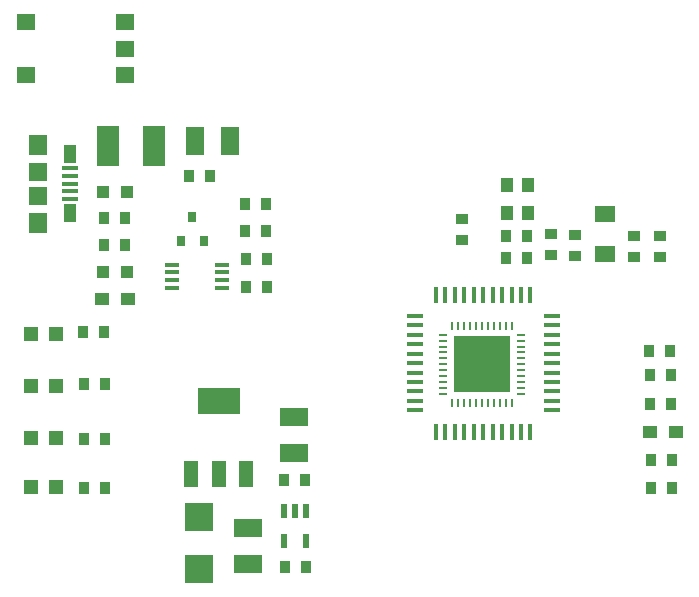
<source format=gtp>
G04*
G04 #@! TF.GenerationSoftware,Altium Limited,Altium Designer,22.2.1 (43)*
G04*
G04 Layer_Color=8421504*
%FSLAX25Y25*%
%MOIN*%
G70*
G04*
G04 #@! TF.SameCoordinates,7339C814-AE53-45AD-ACDF-668E24E4BB01*
G04*
G04*
G04 #@! TF.FilePolarity,Positive*
G04*
G01*
G75*
%ADD18R,0.03937X0.03937*%
%ADD19R,0.01772X0.05512*%
%ADD20R,0.05512X0.01772*%
%ADD21R,0.05300X0.01600*%
%ADD22R,0.06100X0.06500*%
%ADD23R,0.04000X0.06000*%
%ADD24R,0.06000X0.06000*%
%ADD25R,0.04134X0.05118*%
%ADD26R,0.02165X0.04724*%
%ADD27R,0.19000X0.19000*%
%ADD28R,0.01083X0.02953*%
%ADD29R,0.02953X0.01083*%
%ADD30R,0.04724X0.04724*%
%ADD31R,0.03100X0.03500*%
%ADD32R,0.06299X0.05512*%
%ADD33R,0.03537X0.04331*%
%ADD34R,0.04331X0.03537*%
%ADD35R,0.04724X0.03937*%
%ADD36R,0.04724X0.01181*%
%ADD37R,0.14173X0.08661*%
%ADD38R,0.04800X0.08800*%
%ADD39R,0.07480X0.13386*%
%ADD40R,0.09449X0.09449*%
%ADD41R,0.07087X0.05512*%
%ADD42R,0.03537X0.04331*%
%ADD43R,0.09449X0.06299*%
%ADD44R,0.06299X0.09449*%
%ADD45R,0.04331X0.03537*%
D18*
X158661Y98032D02*
D03*
X39764Y155118D02*
D03*
X31890D02*
D03*
X39764Y128248D02*
D03*
X31890D02*
D03*
D19*
X174409Y75197D02*
D03*
X171259Y75197D02*
D03*
X168110Y75197D02*
D03*
X164960D02*
D03*
X161811D02*
D03*
X158661Y75197D02*
D03*
X155511Y75197D02*
D03*
X152362D02*
D03*
X149212D02*
D03*
X146063Y75197D02*
D03*
X142913Y75197D02*
D03*
Y120867D02*
D03*
X146063D02*
D03*
X149212D02*
D03*
X152362D02*
D03*
X155511D02*
D03*
X158661D02*
D03*
X161811D02*
D03*
X164960D02*
D03*
X168110D02*
D03*
X171259D02*
D03*
X174409D02*
D03*
D20*
X135826Y82284D02*
D03*
Y85434D02*
D03*
Y88582D02*
D03*
Y91733D02*
D03*
Y94883D02*
D03*
Y98032D02*
D03*
Y101181D02*
D03*
Y104331D02*
D03*
Y107481D02*
D03*
Y110631D02*
D03*
Y113779D02*
D03*
X181496D02*
D03*
Y110631D02*
D03*
Y107481D02*
D03*
Y104331D02*
D03*
Y101181D02*
D03*
Y98032D02*
D03*
Y94883D02*
D03*
Y91733D02*
D03*
Y88582D02*
D03*
Y85434D02*
D03*
Y82284D02*
D03*
D21*
X20836Y163074D02*
D03*
Y160474D02*
D03*
Y157874D02*
D03*
Y155274D02*
D03*
Y152674D02*
D03*
D22*
X10236Y170874D02*
D03*
Y144874D02*
D03*
D23*
X20836Y167674D02*
D03*
Y148074D02*
D03*
D24*
X10236Y161874D02*
D03*
Y153874D02*
D03*
D25*
X173721Y148228D02*
D03*
Y157283D02*
D03*
X166437D02*
D03*
Y148228D02*
D03*
D26*
X99606Y38583D02*
D03*
X92126D02*
D03*
Y48819D02*
D03*
X95866Y48819D02*
D03*
X99606Y48819D02*
D03*
D27*
X158268Y97638D02*
D03*
D28*
X168111Y84744D02*
D03*
X166142D02*
D03*
X164174D02*
D03*
X162205D02*
D03*
X160236D02*
D03*
X158268Y84744D02*
D03*
X156299Y84744D02*
D03*
X154331D02*
D03*
X152362D02*
D03*
X150394D02*
D03*
X148425D02*
D03*
Y110532D02*
D03*
X150394D02*
D03*
X152362D02*
D03*
X154331D02*
D03*
X156299D02*
D03*
X158268Y110532D02*
D03*
X160236Y110532D02*
D03*
X162205D02*
D03*
X164174D02*
D03*
X166142D02*
D03*
X168111D02*
D03*
D29*
X145374Y87796D02*
D03*
Y89764D02*
D03*
Y91733D02*
D03*
Y93701D02*
D03*
Y95670D02*
D03*
X145374Y97638D02*
D03*
X145374Y99607D02*
D03*
Y101575D02*
D03*
Y103544D02*
D03*
Y105512D02*
D03*
Y107481D02*
D03*
X171162D02*
D03*
Y105512D02*
D03*
Y103544D02*
D03*
Y101575D02*
D03*
Y99607D02*
D03*
X171162Y97638D02*
D03*
X171162Y95670D02*
D03*
Y93701D02*
D03*
Y91733D02*
D03*
Y89764D02*
D03*
Y87796D02*
D03*
D30*
X16142Y90420D02*
D03*
X7874D02*
D03*
X16142Y107874D02*
D03*
X7874D02*
D03*
X16339Y56693D02*
D03*
X8071D02*
D03*
X16142Y72966D02*
D03*
X7874D02*
D03*
D31*
X57951Y138779D02*
D03*
X65551D02*
D03*
X61751Y146780D02*
D03*
D32*
X39370Y202756D02*
D03*
X6299Y211614D02*
D03*
X39370D02*
D03*
X6299Y193898D02*
D03*
X39370D02*
D03*
D33*
X79431Y132805D02*
D03*
X86431D02*
D03*
X86331Y141992D02*
D03*
X79331D02*
D03*
X32534Y56299D02*
D03*
X25534D02*
D03*
X32240Y108268D02*
D03*
X25240D02*
D03*
X32534Y90945D02*
D03*
X25534D02*
D03*
X32534Y72703D02*
D03*
X25534D02*
D03*
X39327Y137405D02*
D03*
X32327D02*
D03*
X39327Y146361D02*
D03*
X32327D02*
D03*
X214216Y94095D02*
D03*
X221217D02*
D03*
X221467Y65706D02*
D03*
X214467D02*
D03*
X166185Y133071D02*
D03*
X173185D02*
D03*
X173185Y140554D02*
D03*
X166185D02*
D03*
D34*
X189370Y140858D02*
D03*
Y133858D02*
D03*
D35*
X40208Y119291D02*
D03*
X31546D02*
D03*
X222841Y75003D02*
D03*
X214179D02*
D03*
D36*
X71506Y130807D02*
D03*
Y128247D02*
D03*
Y125689D02*
D03*
Y123129D02*
D03*
X54872D02*
D03*
Y125689D02*
D03*
Y128247D02*
D03*
Y130807D02*
D03*
D37*
X70472Y85429D02*
D03*
D38*
X79572Y61028D02*
D03*
X70472D02*
D03*
X61372D02*
D03*
D39*
X33662Y170472D02*
D03*
X49016D02*
D03*
D40*
X63779Y46851D02*
D03*
Y29528D02*
D03*
D41*
X199213Y134252D02*
D03*
Y147638D02*
D03*
D42*
X99126Y59055D02*
D03*
X92126D02*
D03*
X86431Y123425D02*
D03*
X79431D02*
D03*
X79331Y150984D02*
D03*
X86331D02*
D03*
X92606Y29921D02*
D03*
X99606D02*
D03*
X67716Y160236D02*
D03*
X60716D02*
D03*
X220823Y101969D02*
D03*
X213823D02*
D03*
X214467Y56299D02*
D03*
X221467D02*
D03*
X214216Y84252D02*
D03*
X221217D02*
D03*
D43*
X95669Y68110D02*
D03*
Y79922D02*
D03*
X80315Y42913D02*
D03*
Y31102D02*
D03*
D44*
X74410Y172047D02*
D03*
X62598D02*
D03*
D45*
X151575Y145976D02*
D03*
Y138976D02*
D03*
X181102Y133902D02*
D03*
Y140902D02*
D03*
X209055Y140508D02*
D03*
Y133508D02*
D03*
X217717Y140508D02*
D03*
Y133508D02*
D03*
M02*

</source>
